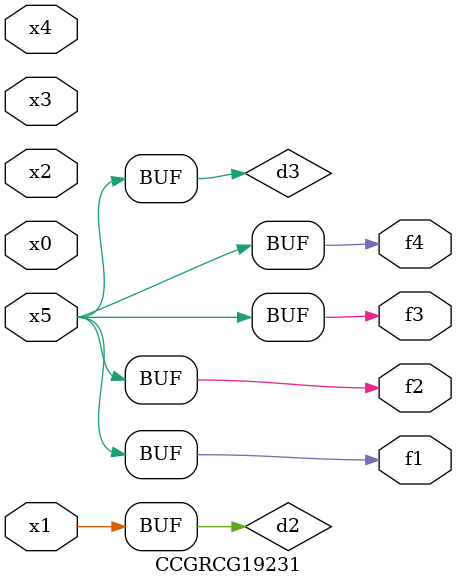
<source format=v>
module CCGRCG19231(
	input x0, x1, x2, x3, x4, x5,
	output f1, f2, f3, f4
);

	wire d1, d2, d3;

	not (d1, x5);
	or (d2, x1);
	xnor (d3, d1);
	assign f1 = d3;
	assign f2 = d3;
	assign f3 = d3;
	assign f4 = d3;
endmodule

</source>
